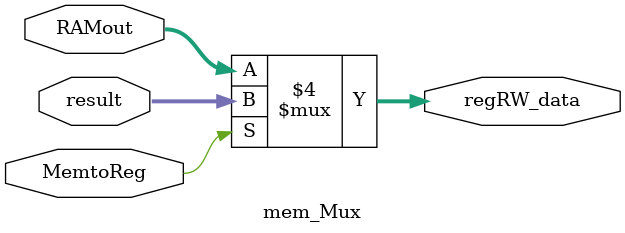
<source format=v>
module mem_Mux(MemtoReg, result, RAMout, regRW_data);

input MemtoReg;
input [31:0] result;
input [31:0] RAMout;

output reg [31:0] regRW_data;
/*
always @(MemtoReg) begin
case(MemtoReg)

1'b0: regRW_data <= RAMout; //SW
1'b1: regRW_data <= result; //Arithmetic
 
endcase
end
*/
always @(MemtoReg) begin

if(MemtoReg == 1) begin
regRW_data <= result;
end else begin
regRW_data <= RAMout;
end

end

endmodule 
</source>
